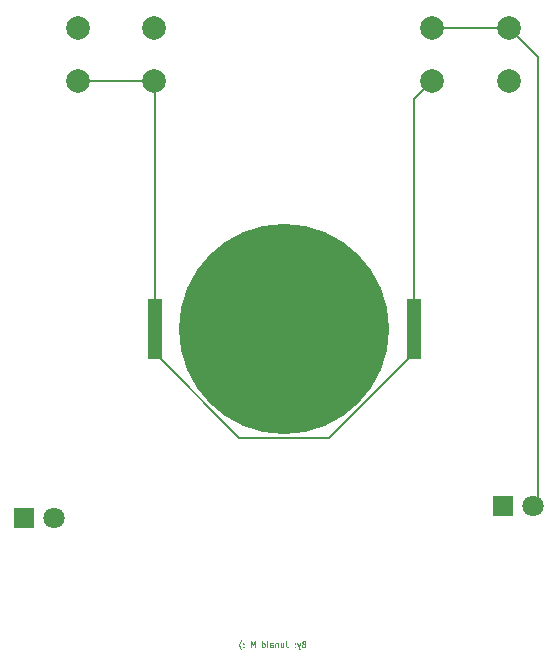
<source format=gbr>
%TF.GenerationSoftware,KiCad,Pcbnew,9.0.1*%
%TF.CreationDate,2025-04-08T04:17:53-04:00*%
%TF.ProjectId,juiceshanghai,6a756963-6573-4686-916e-676861692e6b,rev?*%
%TF.SameCoordinates,Original*%
%TF.FileFunction,Copper,L2,Bot*%
%TF.FilePolarity,Positive*%
%FSLAX46Y46*%
G04 Gerber Fmt 4.6, Leading zero omitted, Abs format (unit mm)*
G04 Created by KiCad (PCBNEW 9.0.1) date 2025-04-08 04:17:53*
%MOMM*%
%LPD*%
G01*
G04 APERTURE LIST*
%ADD10C,0.125000*%
%TA.AperFunction,NonConductor*%
%ADD11C,0.125000*%
%TD*%
%TA.AperFunction,SMDPad,CuDef*%
%ADD12R,1.270000X5.080000*%
%TD*%
%TA.AperFunction,SMDPad,CuDef*%
%ADD13C,17.800000*%
%TD*%
%TA.AperFunction,ComponentPad*%
%ADD14C,2.000000*%
%TD*%
%TA.AperFunction,ComponentPad*%
%ADD15R,1.800000X1.800000*%
%TD*%
%TA.AperFunction,ComponentPad*%
%ADD16C,1.800000*%
%TD*%
%TA.AperFunction,ViaPad*%
%ADD17C,0.600000*%
%TD*%
%TA.AperFunction,Conductor*%
%ADD18C,0.200000*%
%TD*%
G04 APERTURE END LIST*
D10*
D11*
X153132049Y-146170404D02*
X153060621Y-146194214D01*
X153060621Y-146194214D02*
X153036811Y-146218023D01*
X153036811Y-146218023D02*
X153013002Y-146265642D01*
X153013002Y-146265642D02*
X153013002Y-146337071D01*
X153013002Y-146337071D02*
X153036811Y-146384690D01*
X153036811Y-146384690D02*
X153060621Y-146408500D01*
X153060621Y-146408500D02*
X153108240Y-146432309D01*
X153108240Y-146432309D02*
X153298716Y-146432309D01*
X153298716Y-146432309D02*
X153298716Y-145932309D01*
X153298716Y-145932309D02*
X153132049Y-145932309D01*
X153132049Y-145932309D02*
X153084430Y-145956119D01*
X153084430Y-145956119D02*
X153060621Y-145979928D01*
X153060621Y-145979928D02*
X153036811Y-146027547D01*
X153036811Y-146027547D02*
X153036811Y-146075166D01*
X153036811Y-146075166D02*
X153060621Y-146122785D01*
X153060621Y-146122785D02*
X153084430Y-146146595D01*
X153084430Y-146146595D02*
X153132049Y-146170404D01*
X153132049Y-146170404D02*
X153298716Y-146170404D01*
X152846335Y-146098976D02*
X152727287Y-146432309D01*
X152608240Y-146098976D02*
X152727287Y-146432309D01*
X152727287Y-146432309D02*
X152774906Y-146551357D01*
X152774906Y-146551357D02*
X152798716Y-146575166D01*
X152798716Y-146575166D02*
X152846335Y-146598976D01*
X152417764Y-146384690D02*
X152393954Y-146408500D01*
X152393954Y-146408500D02*
X152417764Y-146432309D01*
X152417764Y-146432309D02*
X152441573Y-146408500D01*
X152441573Y-146408500D02*
X152417764Y-146384690D01*
X152417764Y-146384690D02*
X152417764Y-146432309D01*
X152417764Y-146122785D02*
X152393954Y-146146595D01*
X152393954Y-146146595D02*
X152417764Y-146170404D01*
X152417764Y-146170404D02*
X152441573Y-146146595D01*
X152441573Y-146146595D02*
X152417764Y-146122785D01*
X152417764Y-146122785D02*
X152417764Y-146170404D01*
X151655860Y-145932309D02*
X151655860Y-146289452D01*
X151655860Y-146289452D02*
X151679669Y-146360880D01*
X151679669Y-146360880D02*
X151727288Y-146408500D01*
X151727288Y-146408500D02*
X151798717Y-146432309D01*
X151798717Y-146432309D02*
X151846336Y-146432309D01*
X151203479Y-146098976D02*
X151203479Y-146432309D01*
X151417765Y-146098976D02*
X151417765Y-146360880D01*
X151417765Y-146360880D02*
X151393955Y-146408500D01*
X151393955Y-146408500D02*
X151346336Y-146432309D01*
X151346336Y-146432309D02*
X151274908Y-146432309D01*
X151274908Y-146432309D02*
X151227289Y-146408500D01*
X151227289Y-146408500D02*
X151203479Y-146384690D01*
X150965384Y-146098976D02*
X150965384Y-146432309D01*
X150965384Y-146146595D02*
X150941574Y-146122785D01*
X150941574Y-146122785D02*
X150893955Y-146098976D01*
X150893955Y-146098976D02*
X150822527Y-146098976D01*
X150822527Y-146098976D02*
X150774908Y-146122785D01*
X150774908Y-146122785D02*
X150751098Y-146170404D01*
X150751098Y-146170404D02*
X150751098Y-146432309D01*
X150298717Y-146432309D02*
X150298717Y-146170404D01*
X150298717Y-146170404D02*
X150322527Y-146122785D01*
X150322527Y-146122785D02*
X150370146Y-146098976D01*
X150370146Y-146098976D02*
X150465384Y-146098976D01*
X150465384Y-146098976D02*
X150513003Y-146122785D01*
X150298717Y-146408500D02*
X150346336Y-146432309D01*
X150346336Y-146432309D02*
X150465384Y-146432309D01*
X150465384Y-146432309D02*
X150513003Y-146408500D01*
X150513003Y-146408500D02*
X150536812Y-146360880D01*
X150536812Y-146360880D02*
X150536812Y-146313261D01*
X150536812Y-146313261D02*
X150513003Y-146265642D01*
X150513003Y-146265642D02*
X150465384Y-146241833D01*
X150465384Y-146241833D02*
X150346336Y-146241833D01*
X150346336Y-146241833D02*
X150298717Y-146218023D01*
X150060622Y-146432309D02*
X150060622Y-146098976D01*
X150060622Y-145932309D02*
X150084431Y-145956119D01*
X150084431Y-145956119D02*
X150060622Y-145979928D01*
X150060622Y-145979928D02*
X150036812Y-145956119D01*
X150036812Y-145956119D02*
X150060622Y-145932309D01*
X150060622Y-145932309D02*
X150060622Y-145979928D01*
X149608241Y-146432309D02*
X149608241Y-145932309D01*
X149608241Y-146408500D02*
X149655860Y-146432309D01*
X149655860Y-146432309D02*
X149751098Y-146432309D01*
X149751098Y-146432309D02*
X149798717Y-146408500D01*
X149798717Y-146408500D02*
X149822527Y-146384690D01*
X149822527Y-146384690D02*
X149846336Y-146337071D01*
X149846336Y-146337071D02*
X149846336Y-146194214D01*
X149846336Y-146194214D02*
X149822527Y-146146595D01*
X149822527Y-146146595D02*
X149798717Y-146122785D01*
X149798717Y-146122785D02*
X149751098Y-146098976D01*
X149751098Y-146098976D02*
X149655860Y-146098976D01*
X149655860Y-146098976D02*
X149608241Y-146122785D01*
X148989194Y-146432309D02*
X148989194Y-145932309D01*
X148989194Y-145932309D02*
X148822527Y-146289452D01*
X148822527Y-146289452D02*
X148655861Y-145932309D01*
X148655861Y-145932309D02*
X148655861Y-146432309D01*
X148036813Y-146384690D02*
X148013003Y-146408500D01*
X148013003Y-146408500D02*
X148036813Y-146432309D01*
X148036813Y-146432309D02*
X148060622Y-146408500D01*
X148060622Y-146408500D02*
X148036813Y-146384690D01*
X148036813Y-146384690D02*
X148036813Y-146432309D01*
X148036813Y-146122785D02*
X148013003Y-146146595D01*
X148013003Y-146146595D02*
X148036813Y-146170404D01*
X148036813Y-146170404D02*
X148060622Y-146146595D01*
X148060622Y-146146595D02*
X148036813Y-146122785D01*
X148036813Y-146122785D02*
X148036813Y-146170404D01*
X147846337Y-146622785D02*
X147822527Y-146598976D01*
X147822527Y-146598976D02*
X147774908Y-146527547D01*
X147774908Y-146527547D02*
X147751099Y-146479928D01*
X147751099Y-146479928D02*
X147727289Y-146408500D01*
X147727289Y-146408500D02*
X147703480Y-146289452D01*
X147703480Y-146289452D02*
X147703480Y-146194214D01*
X147703480Y-146194214D02*
X147727289Y-146075166D01*
X147727289Y-146075166D02*
X147751099Y-146003738D01*
X147751099Y-146003738D02*
X147774908Y-145956119D01*
X147774908Y-145956119D02*
X147822527Y-145884690D01*
X147822527Y-145884690D02*
X147846337Y-145860880D01*
D12*
%TO.P,BT1,1,+*%
%TO.N,Net-(BT1-+)*%
X162500000Y-119500000D03*
X140530000Y-119500000D03*
D13*
%TO.P,BT1,2,-*%
%TO.N,Net-(BT1--)*%
X151515000Y-119500000D03*
%TD*%
D14*
%TO.P,SW1,1,1*%
%TO.N,Net-(D1-A)*%
X164000000Y-94000000D03*
X170500000Y-94000000D03*
%TO.P,SW1,2,2*%
%TO.N,Net-(BT1-+)*%
X164000000Y-98500000D03*
X170500000Y-98500000D03*
%TD*%
D15*
%TO.P,D1,1,K*%
%TO.N,Net-(D1-K)*%
X170000000Y-134500000D03*
D16*
%TO.P,D1,2,A*%
%TO.N,Net-(D1-A)*%
X172540000Y-134500000D03*
%TD*%
D14*
%TO.P,SW2,1,1*%
%TO.N,Net-(D2-A)*%
X134000000Y-94000000D03*
X140500000Y-94000000D03*
%TO.P,SW2,2,2*%
%TO.N,Net-(BT1-+)*%
X134000000Y-98500000D03*
X140500000Y-98500000D03*
%TD*%
D15*
%TO.P,D2,1,K*%
%TO.N,Net-(D1-K)*%
X129460000Y-135500000D03*
D16*
%TO.P,D2,2,A*%
%TO.N,Net-(D2-A)*%
X132000000Y-135500000D03*
%TD*%
D17*
%TO.N,Net-(BT1--)*%
X151515000Y-119500000D03*
%TD*%
D18*
%TO.N,Net-(D1-A)*%
X173000000Y-131000000D02*
X173000000Y-122000000D01*
X173000000Y-131000000D02*
X173000000Y-134500000D01*
%TO.N,Net-(BT1-+)*%
X155326179Y-128701000D02*
X147703821Y-128701000D01*
X140530000Y-121527179D02*
X140530000Y-119500000D01*
X162500000Y-121527179D02*
X155326179Y-128701000D01*
X162500000Y-119500000D02*
X162500000Y-121527179D01*
X147703821Y-128701000D02*
X140530000Y-121527179D01*
X140530000Y-98530000D02*
X140500000Y-98500000D01*
X140530000Y-119500000D02*
X140530000Y-98530000D01*
X162500000Y-100000000D02*
X162500000Y-119500000D01*
X164000000Y-98500000D02*
X162500000Y-100000000D01*
%TO.N,Net-(D1-A)*%
X170500000Y-94000000D02*
X164000000Y-94000000D01*
X173000000Y-96500000D02*
X173000000Y-131000000D01*
X170500000Y-94000000D02*
X173000000Y-96500000D01*
%TO.N,Net-(BT1-+)*%
X134000000Y-98500000D02*
X140500000Y-98500000D01*
%TD*%
M02*

</source>
